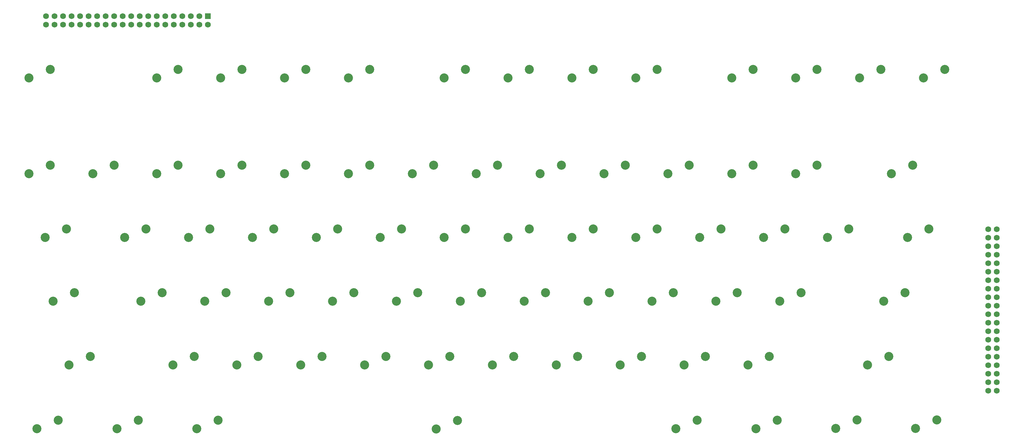
<source format=gbs>
G04 Layer: BottomSolderMaskLayer*
G04 EasyEDA v6.3.22, 2020-04-05T15:57:41+08:00*
G04 26a83e50978f4d2e98ee8e0c0de4659f,084ec32517fd449a9a4c349b315ac0e1,10*
G04 Gerber Generator version 0.2*
G04 Scale: 100 percent, Rotated: No, Reflected: No *
G04 Dimensions in inches *
G04 leading zeros omitted , absolute positions ,2 integer and 4 decimal *
%FSLAX24Y24*%
%MOIN*%
G90*
G70D02*

%ADD20C,0.106400*%
%ADD21C,0.068000*%

%LPD*%
G54D20*
G01X103246Y14138D03*
G01X100746Y13138D03*
G01X29196Y14138D03*
G01X26696Y13138D03*
G01X49796Y36638D03*
G01X47296Y35638D03*
G01X64796Y36638D03*
G01X62296Y35638D03*
G01X105146Y21638D03*
G01X102646Y20638D03*
G01X9496Y14138D03*
G01X6996Y13138D03*
G01X52609Y6601D03*
G01X50109Y5601D03*
G01X108859Y6651D03*
G01X106359Y5651D03*
G01X90146Y6638D03*
G01X87646Y5638D03*
G01X80746Y6638D03*
G01X78246Y5638D03*
G01X24496Y6638D03*
G01X21996Y5638D03*
G01X15146Y6638D03*
G01X12646Y5638D03*
G01X5746Y6638D03*
G01X3246Y5638D03*
G01X89196Y14138D03*
G01X86696Y13138D03*
G01X81696Y14138D03*
G01X79196Y13138D03*
G01X74196Y14138D03*
G01X71696Y13138D03*
G01X66696Y14138D03*
G01X64196Y13138D03*
G01X59196Y14138D03*
G01X56696Y13138D03*
G01X51696Y14138D03*
G01X49196Y13138D03*
G01X44196Y14138D03*
G01X41696Y13138D03*
G01X36696Y14138D03*
G01X34196Y13138D03*
G01X21696Y14138D03*
G01X19196Y13138D03*
G01X92946Y21638D03*
G01X90446Y20638D03*
G01X85446Y21638D03*
G01X82946Y20638D03*
G01X77946Y21638D03*
G01X75446Y20638D03*
G01X70446Y21638D03*
G01X67946Y20638D03*
G01X62946Y21638D03*
G01X60446Y20638D03*
G01X55446Y21638D03*
G01X52946Y20638D03*
G01X47946Y21638D03*
G01X45446Y20638D03*
G01X40446Y21638D03*
G01X37946Y20638D03*
G01X32946Y21638D03*
G01X30446Y20638D03*
G01X25446Y21638D03*
G01X22946Y20638D03*
G01X17946Y21638D03*
G01X15446Y20638D03*
G01X6696Y29138D03*
G01X4196Y28138D03*
G01X107946Y29138D03*
G01X105446Y28138D03*
G01X98546Y29138D03*
G01X96046Y28138D03*
G01X91046Y29138D03*
G01X88546Y28138D03*
G01X83546Y29138D03*
G01X81046Y28138D03*
G01X76046Y29138D03*
G01X73546Y28138D03*
G01X68546Y29138D03*
G01X66046Y28138D03*
G01X61046Y29138D03*
G01X58546Y28138D03*
G01X53546Y29138D03*
G01X51046Y28138D03*
G01X46046Y29138D03*
G01X43546Y28138D03*
G01X38546Y29138D03*
G01X36046Y28138D03*
G01X31046Y29138D03*
G01X28546Y28138D03*
G01X23546Y29138D03*
G01X21046Y28138D03*
G01X16046Y29138D03*
G01X13546Y28138D03*
G01X7646Y21638D03*
G01X5146Y20638D03*
G01X106046Y36638D03*
G01X103546Y35638D03*
G01X94796Y36638D03*
G01X92296Y35638D03*
G01X87296Y36638D03*
G01X84796Y35638D03*
G01X79796Y36638D03*
G01X77296Y35638D03*
G01X72296Y36638D03*
G01X69796Y35638D03*
G01X57296Y36638D03*
G01X54796Y35638D03*
G01X42296Y36638D03*
G01X39796Y35638D03*
G01X34796Y36638D03*
G01X32296Y35638D03*
G01X27296Y36638D03*
G01X24796Y35638D03*
G01X19796Y36638D03*
G01X17296Y35638D03*
G01X12296Y36638D03*
G01X9796Y35638D03*
G01X4796Y36638D03*
G01X2296Y35638D03*
G01X4796Y47888D03*
G01X2296Y46888D03*
G01X19796Y47888D03*
G01X17296Y46888D03*
G01X27296Y47888D03*
G01X24796Y46888D03*
G01X34796Y47888D03*
G01X32296Y46888D03*
G01X42296Y47888D03*
G01X39796Y46888D03*
G01X53546Y47888D03*
G01X51046Y46888D03*
G01X68546Y47888D03*
G01X66046Y46888D03*
G01X87296Y47888D03*
G01X84796Y46888D03*
G01X94796Y47888D03*
G01X92296Y46888D03*
G01X102296Y47888D03*
G01X99796Y46888D03*
G01X109796Y47888D03*
G01X107296Y46888D03*
G01X76046Y47888D03*
G01X73546Y46888D03*
G01X61046Y47888D03*
G01X58546Y46888D03*
G54D21*
G01X4309Y54151D03*
G01X4309Y53151D03*
G01X5309Y54151D03*
G01X5309Y53151D03*
G01X6309Y54151D03*
G01X6309Y53151D03*
G01X7309Y54151D03*
G01X7309Y53151D03*
G01X8309Y54151D03*
G01X8309Y53151D03*
G01X9309Y54151D03*
G01X9309Y53151D03*
G01X10309Y54151D03*
G01X10309Y53151D03*
G01X11309Y54151D03*
G01X11309Y53151D03*
G01X12309Y54151D03*
G01X12309Y53151D03*
G01X13309Y54151D03*
G01X13309Y53151D03*
G01X14309Y54151D03*
G01X14309Y53151D03*
G01X15309Y54151D03*
G01X15309Y53151D03*
G01X16309Y54151D03*
G01X16309Y53151D03*
G01X17309Y54151D03*
G01X17309Y53151D03*
G01X18309Y54151D03*
G01X18309Y53151D03*
G01X19309Y54151D03*
G01X19309Y53151D03*
G01X20309Y54151D03*
G01X20309Y53151D03*
G01X21309Y54151D03*
G01X21309Y53151D03*
G01X22309Y54151D03*
G01X22309Y53151D03*
G36*
G01X22968Y53811D02*
G01X22968Y54490D01*
G01X23648Y54490D01*
G01X23648Y53811D01*
G01X22968Y53811D01*
G37*
G01X23309Y53151D03*
G01X115909Y10101D03*
G01X114909Y10101D03*
G01X115909Y11101D03*
G01X114909Y11101D03*
G01X115909Y12101D03*
G01X114909Y12101D03*
G01X115909Y13101D03*
G01X114909Y13101D03*
G01X115909Y14101D03*
G01X114909Y14101D03*
G01X115909Y15101D03*
G01X114909Y15101D03*
G01X115909Y16101D03*
G01X114909Y16101D03*
G01X115909Y17101D03*
G01X114909Y17101D03*
G01X115909Y18101D03*
G01X114909Y18101D03*
G01X115909Y19101D03*
G01X114909Y19101D03*
G01X115909Y20101D03*
G01X114909Y20101D03*
G01X115909Y21101D03*
G01X114909Y21101D03*
G01X115909Y22101D03*
G01X114909Y22101D03*
G01X115909Y23101D03*
G01X114909Y23101D03*
G01X115909Y24101D03*
G01X114909Y24101D03*
G01X115909Y25101D03*
G01X114909Y25101D03*
G01X115909Y26101D03*
G01X114909Y26101D03*
G01X115909Y27101D03*
G01X114909Y27101D03*
G01X115909Y28101D03*
G01X114909Y28101D03*
G01X115909Y29101D03*
G01X114909Y29101D03*
G54D20*
G01X99509Y6651D03*
G01X97009Y5651D03*
M00*
M02*

</source>
